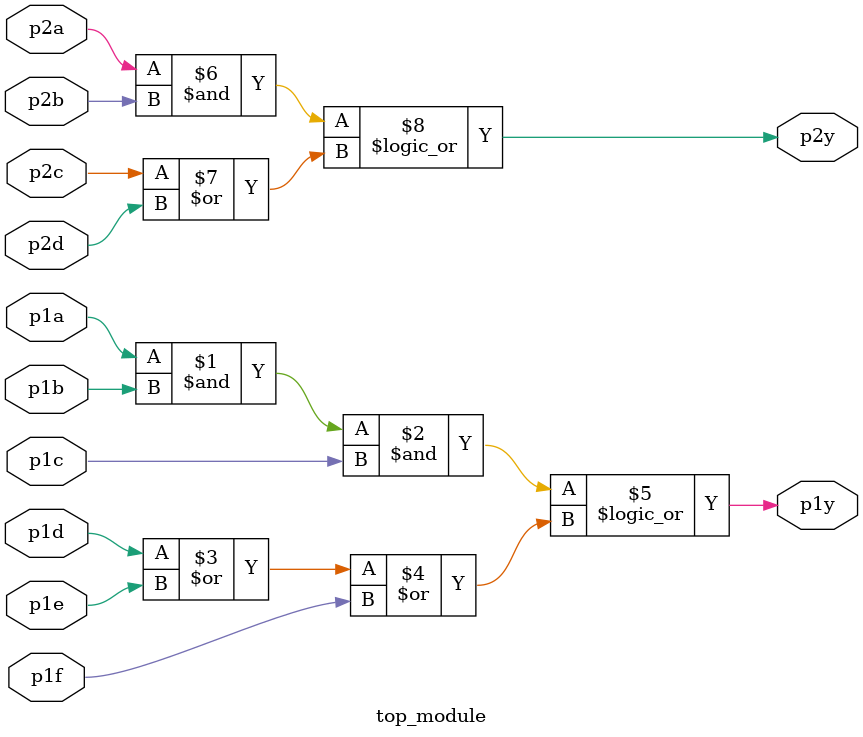
<source format=sv>
module top_module(
	input p1a, 
	input p1b, 
	input p1c, 
	input p1d,
	input p1e,
	input p1f,
	output p1y, 
	input p2a, 
	input p2b, 
	input p2c, 
	input p2d, 
	output p2y
);
	assign p1y = (p1a & p1b & p1c) || (p1d | p1e | p1f);
	assign p2y = (p2a & p2b) || (p2c | p2d);
endmodule

</source>
